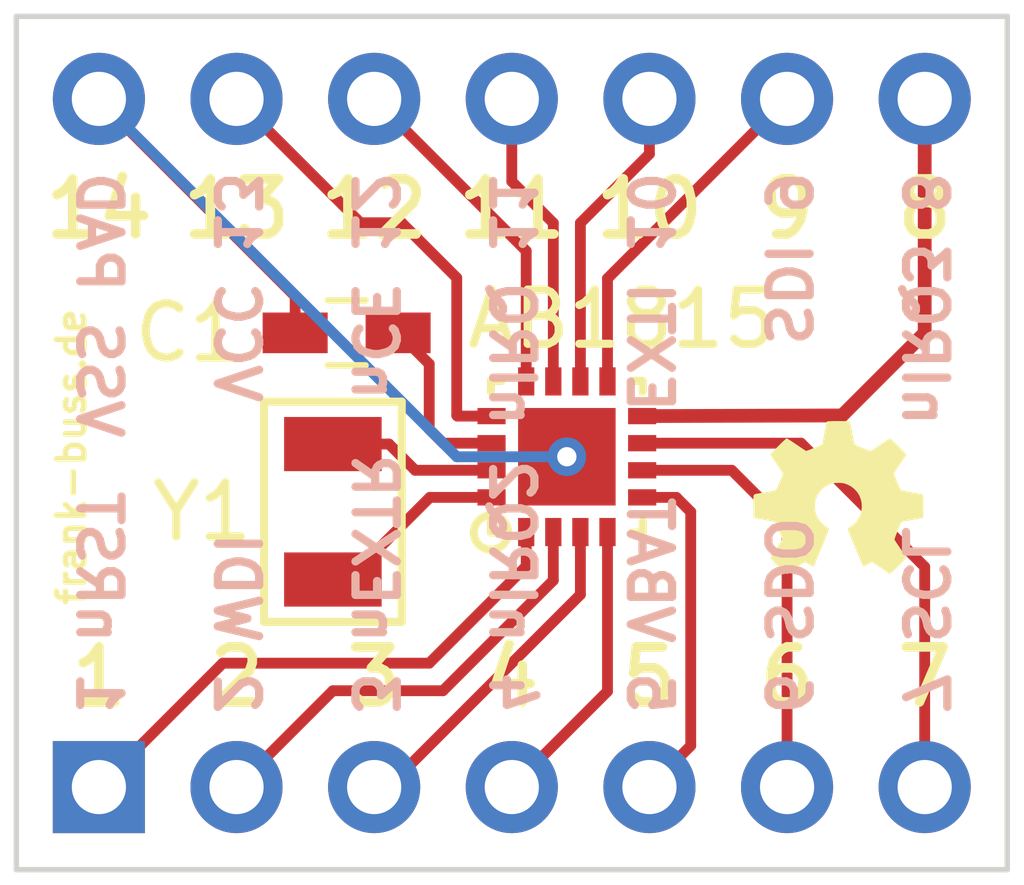
<source format=kicad_pcb>
(kicad_pcb (version 20171130) (host pcbnew "(5.1.12)-1")

  (general
    (thickness 1.6)
    (drawings 33)
    (tracks 58)
    (zones 0)
    (modules 7)
    (nets 18)
  )

  (page A3)
  (layers
    (0 F.Cu signal)
    (31 B.Cu signal)
    (32 B.Adhes user hide)
    (33 F.Adhes user hide)
    (34 B.Paste user hide)
    (35 F.Paste user hide)
    (36 B.SilkS user hide)
    (37 F.SilkS user hide)
    (38 B.Mask user)
    (39 F.Mask user hide)
    (40 Dwgs.User user)
    (41 Cmts.User user)
    (42 Eco1.User user)
    (43 Eco2.User user)
    (44 Edge.Cuts user)
  )

  (setup
    (last_trace_width 0.2)
    (user_trace_width 0.254)
    (trace_clearance 0.2)
    (zone_clearance 0.508)
    (zone_45_only no)
    (trace_min 0.1778)
    (via_size 0.889)
    (via_drill 0.635)
    (via_min_size 0.7112)
    (via_min_drill 0.3556)
    (user_via 0.7112 0.3556)
    (uvia_size 0.508)
    (uvia_drill 0.127)
    (uvias_allowed no)
    (uvia_min_size 0.508)
    (uvia_min_drill 0.127)
    (edge_width 0.1)
    (segment_width 0.2)
    (pcb_text_width 0.3)
    (pcb_text_size 1.5 1.5)
    (mod_edge_width 0.15)
    (mod_text_size 1 1)
    (mod_text_width 0.15)
    (pad_size 1.7 1.7)
    (pad_drill 1)
    (pad_to_mask_clearance 0)
    (aux_axis_origin 0 0)
    (visible_elements 7FFFFFFF)
    (pcbplotparams
      (layerselection 0x00030_80000001)
      (usegerberextensions true)
      (usegerberattributes true)
      (usegerberadvancedattributes true)
      (creategerberjobfile true)
      (excludeedgelayer true)
      (linewidth 0.150000)
      (plotframeref false)
      (viasonmask false)
      (mode 1)
      (useauxorigin false)
      (hpglpennumber 1)
      (hpglpenspeed 20)
      (hpglpendiameter 15.000000)
      (psnegative false)
      (psa4output false)
      (plotreference true)
      (plotvalue true)
      (plotinvisibletext false)
      (padsonsilk false)
      (subtractmaskfromsilk false)
      (outputformat 1)
      (mirror false)
      (drillshape 1)
      (scaleselection 1)
      (outputdirectory ""))
  )

  (net 0 "")
  (net 1 /nRST)
  (net 2 /WDI)
  (net 3 /nEXTR)
  (net 4 /PSW/nIRQ2)
  (net 5 /nCE)
  (net 6 /FOUT/nIRQ)
  (net 7 /EXTI)
  (net 8 /SDI)
  (net 9 /CLKOUT/nIRQ3)
  (net 10 /SCL)
  (net 11 /SDO)
  (net 12 /VBAT)
  (net 13 /VCC)
  (net 14 "Net-(C1-Pad1)")
  (net 15 "Net-(U1-Pad15)")
  (net 16 "Net-(U1-Pad16)")
  (net 17 GND)

  (net_class Default "This is the default net class."
    (clearance 0.2)
    (trace_width 0.2)
    (via_dia 0.889)
    (via_drill 0.635)
    (uvia_dia 0.508)
    (uvia_drill 0.127)
    (add_net /CLKOUT/nIRQ3)
    (add_net /EXTI)
    (add_net /FOUT/nIRQ)
    (add_net /PSW/nIRQ2)
    (add_net /SCL)
    (add_net /SDI)
    (add_net /SDO)
    (add_net /VBAT)
    (add_net /VCC)
    (add_net /WDI)
    (add_net /nCE)
    (add_net /nEXTR)
    (add_net /nRST)
    (add_net GND)
    (add_net "Net-(C1-Pad1)")
    (add_net "Net-(U1-Pad15)")
    (add_net "Net-(U1-Pad16)")
  )

  (module Pin_Header_Straight_1x07_Pitch2.54mm2 (layer F.Cu) (tedit 58F9855C) (tstamp 58F96AA3)
    (at 203.2 165.1 90)
    (descr "Through hole straight pin header, 1x07, 2.54mm pitch, single row")
    (tags "Through hole pin header THT 1x07 2.54mm single row")
    (path /58F96620)
    (fp_text reference J1 (at -0.254 -3.048 180) (layer F.SilkS) hide
      (effects (font (size 1 1) (thickness 0.15)))
    )
    (fp_text value CONN_01X07 (at -2.921 12.446 180) (layer F.Fab) hide
      (effects (font (size 1 1) (thickness 0.15)))
    )
    (fp_line (start 1.8 -1.8) (end -1.8 -1.8) (layer F.CrtYd) (width 0.05))
    (fp_line (start 1.8 17.05) (end 1.8 -1.8) (layer F.CrtYd) (width 0.05))
    (fp_line (start -1.8 17.05) (end 1.8 17.05) (layer F.CrtYd) (width 0.05))
    (fp_line (start -1.8 -1.8) (end -1.8 17.05) (layer F.CrtYd) (width 0.05))
    (pad 1 thru_hole rect (at 0 0 90) (size 1.7 1.7) (drill 1) (layers *.Cu *.Mask)
      (net 1 /nRST))
    (pad 2 thru_hole oval (at 0 2.54 90) (size 1.7 1.7) (drill 1) (layers *.Cu *.Mask)
      (net 2 /WDI))
    (pad 3 thru_hole oval (at 0 5.08 90) (size 1.7 1.7) (drill 1) (layers *.Cu *.Mask)
      (net 3 /nEXTR))
    (pad 4 thru_hole oval (at 0 7.62 90) (size 1.7 1.7) (drill 1) (layers *.Cu *.Mask)
      (net 4 /PSW/nIRQ2))
    (pad 5 thru_hole oval (at 0 10.16 90) (size 1.7 1.7) (drill 1) (layers *.Cu *.Mask)
      (net 12 /VBAT))
    (pad 6 thru_hole oval (at 0 12.7 90) (size 1.7 1.7) (drill 1) (layers *.Cu *.Mask)
      (net 11 /SDO))
    (pad 7 thru_hole oval (at 0 15.24 90) (size 1.7 1.7) (drill 1) (layers *.Cu *.Mask)
      (net 10 /SCL))
    (model ${KISYS3DMOD}/Pin_Headers.3dshapes/Pin_Header_Straight_1x07_Pitch2.54mm.wrl
      (offset (xyz 0 -7.619999885559082 0))
      (scale (xyz 1 1 1))
      (rotate (xyz 0 0 90))
    )
  )

  (module Pin_Header_Straight_1x07_Pitch2.54mm (layer F.Cu) (tedit 58F984C3) (tstamp 58F96AAE)
    (at 203.2 152.4 90)
    (descr "Through hole straight pin header, 1x07, 2.54mm pitch, single row")
    (tags "Through hole pin header THT 1x07 2.54mm single row")
    (path /58F96967)
    (fp_text reference J2 (at 0 -3.302 180) (layer F.SilkS) hide
      (effects (font (size 1 1) (thickness 0.15)))
    )
    (fp_text value CONN_01X07 (at 2.794 12.573 180) (layer F.Fab) hide
      (effects (font (size 1 1) (thickness 0.15)))
    )
    (fp_line (start 1.8 -1.8) (end -1.8 -1.8) (layer F.CrtYd) (width 0.05))
    (fp_line (start 1.8 17.05) (end 1.8 -1.8) (layer F.CrtYd) (width 0.05))
    (fp_line (start -1.8 17.05) (end 1.8 17.05) (layer F.CrtYd) (width 0.05))
    (fp_line (start -1.8 -1.8) (end -1.8 17.05) (layer F.CrtYd) (width 0.05))
    (pad 1 thru_hole circle (at 0 0 90) (size 1.7 1.7) (drill 1) (layers *.Cu *.Mask)
      (net 17 GND))
    (pad 2 thru_hole oval (at 0 2.54 90) (size 1.7 1.7) (drill 1) (layers *.Cu *.Mask)
      (net 13 /VCC))
    (pad 3 thru_hole oval (at 0 5.08 90) (size 1.7 1.7) (drill 1) (layers *.Cu *.Mask)
      (net 5 /nCE))
    (pad 4 thru_hole oval (at 0 7.62 90) (size 1.7 1.7) (drill 1) (layers *.Cu *.Mask)
      (net 6 /FOUT/nIRQ))
    (pad 5 thru_hole oval (at 0 10.16 90) (size 1.7 1.7) (drill 1) (layers *.Cu *.Mask)
      (net 7 /EXTI))
    (pad 6 thru_hole oval (at 0 12.7 90) (size 1.7 1.7) (drill 1) (layers *.Cu *.Mask)
      (net 8 /SDI))
    (pad 7 thru_hole oval (at 0 15.24 90) (size 1.7 1.7) (drill 1) (layers *.Cu *.Mask)
      (net 9 /CLKOUT/nIRQ3))
    (model ${KISYS3DMOD}/Pin_Headers.3dshapes/Pin_Header_Straight_1x07_Pitch2.54mm.wrl
      (offset (xyz 0 -7.619999885559082 0))
      (scale (xyz 1 1 1))
      (rotate (xyz 0 0 90))
    )
  )

  (module Capacitors_SMD:C_0603_HandSoldering (layer F.Cu) (tedit 58F97AC7) (tstamp 58F96A98)
    (at 207.772 156.718 180)
    (descr "Capacitor SMD 0603, hand soldering")
    (tags "capacitor 0603")
    (path /58F96539)
    (attr smd)
    (fp_text reference C1 (at 2.921 0 180) (layer F.SilkS)
      (effects (font (size 1 1) (thickness 0.15)))
    )
    (fp_text value 47pF (at -0.4445 3.8989 180) (layer F.Fab)
      (effects (font (size 1 1) (thickness 0.15)))
    )
    (fp_line (start 1.8 0.65) (end -1.8 0.65) (layer F.CrtYd) (width 0.05))
    (fp_line (start 1.8 0.65) (end 1.8 -0.65) (layer F.CrtYd) (width 0.05))
    (fp_line (start -1.8 -0.65) (end -1.8 0.65) (layer F.CrtYd) (width 0.05))
    (fp_line (start -1.8 -0.65) (end 1.8 -0.65) (layer F.CrtYd) (width 0.05))
    (fp_line (start 0.35 0.6) (end -0.35 0.6) (layer F.SilkS) (width 0.12))
    (fp_line (start -0.35 -0.6) (end 0.35 -0.6) (layer F.SilkS) (width 0.12))
    (fp_line (start -0.8 -0.4) (end 0.8 -0.4) (layer F.Fab) (width 0.1))
    (fp_line (start 0.8 -0.4) (end 0.8 0.4) (layer F.Fab) (width 0.1))
    (fp_line (start 0.8 0.4) (end -0.8 0.4) (layer F.Fab) (width 0.1))
    (fp_line (start -0.8 0.4) (end -0.8 -0.4) (layer F.Fab) (width 0.1))
    (fp_text user %R (at 0 -1.25 180) (layer F.Fab)
      (effects (font (size 1 1) (thickness 0.15)))
    )
    (pad 1 smd rect (at -0.95 0 180) (size 1.2 0.75) (layers F.Cu F.Paste F.Mask)
      (net 14 "Net-(C1-Pad1)"))
    (pad 2 smd rect (at 0.95 0 180) (size 1.2 0.75) (layers F.Cu F.Paste F.Mask)
      (net 17 GND))
    (model Capacitors_SMD.3dshapes/C_0603.wrl
      (at (xyz 0 0 0))
      (scale (xyz 1 1 1))
      (rotate (xyz 0 0 0))
    )
  )

  (module crystal:crystal (layer F.Cu) (tedit 58F97C73) (tstamp 58F96AC9)
    (at 207.518 160.02 90)
    (path /58F96103)
    (fp_text reference Y1 (at 0 -2.413) (layer F.SilkS)
      (effects (font (size 1 1) (thickness 0.15)))
    )
    (fp_text value Crystal (at 0 -2.032 90) (layer F.Fab) hide
      (effects (font (size 1 1) (thickness 0.15)))
    )
    (fp_line (start -2.032 1.27) (end -2.032 -1.27) (layer F.SilkS) (width 0.15))
    (fp_line (start 2.032 1.27) (end -2.032 1.27) (layer F.SilkS) (width 0.15))
    (fp_line (start 2.032 1.016) (end 2.032 1.27) (layer F.SilkS) (width 0.15))
    (fp_line (start 2.032 -1.27) (end 2.032 1.016) (layer F.SilkS) (width 0.15))
    (fp_line (start -2.032 -1.27) (end 2.032 -1.27) (layer F.SilkS) (width 0.15))
    (pad 1 smd rect (at -1.25 0 90) (size 1 1.8) (layers F.Cu F.Paste F.Mask)
      (net 16 "Net-(U1-Pad16)"))
    (pad 2 smd rect (at 1.25 0 90) (size 1 1.8) (layers F.Cu F.Paste F.Mask)
      (net 15 "Net-(U1-Pad15)"))
    (model /home/frank/data/projects/nixie-clock/ab18x5-breakout/crystal.wrl
      (at (xyz 0 0 0))
      (scale (xyz 0.393701 0.393701 0.393701))
      (rotate (xyz 0 0 0))
    )
  )

  (module qfn16:qfn16 (layer F.Cu) (tedit 58FAC4D0) (tstamp 58F97149)
    (at 211.836 159.004)
    (path /58F964D3)
    (clearance 0.1)
    (fp_text reference U1 (at 0 -2.5) (layer F.SilkS) hide
      (effects (font (size 1 1) (thickness 0.15)))
    )
    (fp_text value AB1815 (at 1.016 -2.54) (layer F.SilkS)
      (effects (font (size 1 1) (thickness 0.15)))
    )
    (fp_line (start -1.4 -1.4) (end -1.2 -1.4) (layer F.SilkS) (width 0.15))
    (fp_line (start -1.4 -1.2) (end -1.4 -1.4) (layer F.SilkS) (width 0.15))
    (fp_line (start 1.4 -1.4) (end 1.4 -1.2) (layer F.SilkS) (width 0.15))
    (fp_line (start 1.2 -1.4) (end 1.4 -1.4) (layer F.SilkS) (width 0.15))
    (fp_line (start 1.4 1.4) (end 1.2 1.4) (layer F.SilkS) (width 0.15))
    (fp_line (start 1.4 1.2) (end 1.4 1.4) (layer F.SilkS) (width 0.15))
    (fp_line (start -1.4 1.4) (end -1.4 1.2) (layer F.SilkS) (width 0.15))
    (fp_line (start -1.2 1.4) (end -1.4 1.4) (layer F.SilkS) (width 0.15))
    (fp_circle (center -1.4 1.4) (end -1.1 1.5) (layer F.SilkS) (width 0.15))
    (pad 1 smd rect (at -0.75 1.39 180) (size 0.3 0.52) (layers F.Cu F.Paste F.Mask)
      (net 1 /nRST))
    (pad 2 smd rect (at -0.25 1.39 180) (size 0.3 0.52) (layers F.Cu F.Paste F.Mask)
      (net 2 /WDI))
    (pad 3 smd rect (at 0.25 1.39 180) (size 0.3 0.52) (layers F.Cu F.Paste F.Mask)
      (net 3 /nEXTR))
    (pad 4 smd rect (at 0.75 1.39 180) (size 0.3 0.52) (layers F.Cu F.Paste F.Mask)
      (net 4 /PSW/nIRQ2))
    (pad 12 smd rect (at -0.75 -1.39 180) (size 0.3 0.52) (layers F.Cu F.Paste F.Mask)
      (net 5 /nCE))
    (pad 11 smd rect (at -0.25 -1.39 180) (size 0.3 0.52) (layers F.Cu F.Paste F.Mask)
      (net 6 /FOUT/nIRQ))
    (pad 10 smd rect (at 0.25 -1.39 180) (size 0.3 0.52) (layers F.Cu F.Paste F.Mask)
      (net 7 /EXTI))
    (pad 9 smd rect (at 0.75 -1.39 180) (size 0.3 0.52) (layers F.Cu F.Paste F.Mask)
      (net 8 /SDI))
    (pad 8 smd rect (at 1.39 -0.75 180) (size 0.52 0.3) (layers F.Cu F.Paste F.Mask)
      (net 9 /CLKOUT/nIRQ3))
    (pad 7 smd rect (at 1.39 -0.25 180) (size 0.52 0.3) (layers F.Cu F.Paste F.Mask)
      (net 10 /SCL))
    (pad 6 smd rect (at 1.39 0.25 180) (size 0.52 0.3) (layers F.Cu F.Paste F.Mask)
      (net 11 /SDO))
    (pad 5 smd rect (at 1.39 0.75 180) (size 0.52 0.3) (layers F.Cu F.Paste F.Mask)
      (net 12 /VBAT))
    (pad 13 smd rect (at -1.39 -0.75 180) (size 0.52 0.3) (layers F.Cu F.Paste F.Mask)
      (net 13 /VCC))
    (pad 14 smd rect (at -1.39 -0.25 180) (size 0.52 0.3) (layers F.Cu F.Paste F.Mask)
      (net 14 "Net-(C1-Pad1)"))
    (pad 15 smd rect (at -1.39 0.25 180) (size 0.52 0.3) (layers F.Cu F.Paste F.Mask)
      (net 15 "Net-(U1-Pad15)"))
    (pad 16 smd rect (at -1.39 0.75 180) (size 0.52 0.3) (layers F.Cu F.Paste F.Mask)
      (net 16 "Net-(U1-Pad16)"))
    (pad PAD smd rect (at 0 0 180) (size 1.8 1.8) (layers F.Cu F.Paste F.Mask)
      (net 17 GND))
    (model /home/frank/data/projects/nixie-clock/ab18x5-breakout/ab18x5-package.wrl
      (at (xyz 0 0 0))
      (scale (xyz 0.393701 0.393701 0.393701))
      (rotate (xyz 0 0 0))
    )
  )

  (module qfn16:via (layer F.Cu) (tedit 58F9818A) (tstamp 58F980CD)
    (at 211.836 159.004)
    (fp_text reference REF** (at 0 1.778) (layer F.SilkS) hide
      (effects (font (size 1 1) (thickness 0.15)))
    )
    (fp_text value via (at 0 -1.778) (layer F.Fab) hide
      (effects (font (size 1 1) (thickness 0.15)))
    )
    (pad 1 thru_hole circle (at 0 0) (size 0.7112 0.7112) (drill 0.3556) (layers *.Cu)
      (net 17 GND) (zone_connect 2))
  )

  (module ab18x5-breakout:oshw (layer F.Cu) (tedit 58FAC454) (tstamp 590A6C13)
    (at 216.916 159.766)
    (fp_text reference G*** (at 0 -2.54) (layer F.SilkS) hide
      (effects (font (size 1.524 1.524) (thickness 0.3)))
    )
    (fp_text value LOGO (at 0.508 2.54) (layer F.SilkS) hide
      (effects (font (size 1.524 1.524) (thickness 0.3)))
    )
    (fp_poly (pts (xy -0.031892 -1.41469) (xy 0.014042 -1.414294) (xy 0.055853 -1.413623) (xy 0.09121 -1.41268)
      (xy 0.117785 -1.411466) (xy 0.133249 -1.409983) (xy 0.135983 -1.409216) (xy 0.140436 -1.400078)
      (xy 0.146896 -1.377663) (xy 0.15514 -1.343035) (xy 0.164946 -1.297259) (xy 0.176093 -1.2414)
      (xy 0.188358 -1.176522) (xy 0.20152 -1.10369) (xy 0.211007 -1.049366) (xy 0.217622 -1.016956)
      (xy 0.225425 -0.995477) (xy 0.236546 -0.981375) (xy 0.253115 -0.971098) (xy 0.259705 -0.968127)
      (xy 0.291735 -0.954618) (xy 0.328746 -0.939386) (xy 0.368333 -0.923375) (xy 0.408094 -0.907531)
      (xy 0.445624 -0.8928) (xy 0.478521 -0.880129) (xy 0.504381 -0.870463) (xy 0.5208 -0.864748)
      (xy 0.525291 -0.863601) (xy 0.533331 -0.867557) (xy 0.551702 -0.878731) (xy 0.578802 -0.896081)
      (xy 0.613029 -0.918562) (xy 0.652779 -0.945132) (xy 0.69645 -0.974748) (xy 0.703717 -0.979715)
      (xy 0.748024 -1.00976) (xy 0.788839 -1.036918) (xy 0.824524 -1.060142) (xy 0.853446 -1.078383)
      (xy 0.873969 -1.090596) (xy 0.884457 -1.095733) (xy 0.885071 -1.095829) (xy 0.893048 -1.090859)
      (xy 0.909753 -1.076827) (xy 0.933769 -1.05505) (xy 0.963677 -1.026845) (xy 0.998061 -0.99353)
      (xy 1.035504 -0.956421) (xy 1.040479 -0.95143) (xy 1.082961 -0.908606) (xy 1.116111 -0.874749)
      (xy 1.140957 -0.84866) (xy 1.158527 -0.829141) (xy 1.169848 -0.814993) (xy 1.175948 -0.805016)
      (xy 1.177855 -0.798013) (xy 1.176597 -0.792785) (xy 1.176557 -0.792709) (xy 1.170492 -0.783043)
      (xy 1.15735 -0.763182) (xy 1.138308 -0.73487) (xy 1.114545 -0.699848) (xy 1.087239 -0.659861)
      (xy 1.059789 -0.619881) (xy 1.030619 -0.577023) (xy 1.004391 -0.537569) (xy 0.982194 -0.503232)
      (xy 0.96512 -0.475729) (xy 0.954258 -0.456773) (xy 0.950686 -0.448259) (xy 0.953472 -0.437941)
      (xy 0.961265 -0.416487) (xy 0.973216 -0.38604) (xy 0.988474 -0.348745) (xy 1.006192 -0.306745)
      (xy 1.013075 -0.290733) (xy 1.033866 -0.242375) (xy 1.050161 -0.205414) (xy 1.063652 -0.178119)
      (xy 1.076029 -0.158759) (xy 1.088985 -0.145601) (xy 1.10421 -0.136914) (xy 1.123396 -0.130966)
      (xy 1.148235 -0.126025) (xy 1.179286 -0.120565) (xy 1.213251 -0.114332) (xy 1.255727 -0.106398)
      (xy 1.300978 -0.097838) (xy 1.338412 -0.090669) (xy 1.3749 -0.083859) (xy 1.407376 -0.07822)
      (xy 1.432582 -0.074288) (xy 1.447264 -0.072599) (xy 1.44828 -0.072572) (xy 1.46607 -0.068046)
      (xy 1.479842 -0.059872) (xy 1.484383 -0.055765) (xy 1.487918 -0.05064) (xy 1.490553 -0.042813)
      (xy 1.492392 -0.030599) (xy 1.493543 -0.012314) (xy 1.494108 0.013726) (xy 1.494195 0.049206)
      (xy 1.493909 0.09581) (xy 1.493354 0.155223) (xy 1.493346 0.156028) (xy 1.491343 0.359228)
      (xy 1.455058 0.36831) (xy 1.425248 0.37515) (xy 1.391995 0.381905) (xy 1.378858 0.3843)
      (xy 1.35202 0.389041) (xy 1.317669 0.395241) (xy 1.282553 0.40168) (xy 1.277258 0.402662)
      (xy 1.238902 0.409732) (xy 1.196663 0.417438) (xy 1.159427 0.42416) (xy 1.158088 0.4244)
      (xy 1.124056 0.431999) (xy 1.099577 0.440625) (xy 1.088605 0.447756) (xy 1.082493 0.458143)
      (xy 1.072089 0.479915) (xy 1.058337 0.51092) (xy 1.04218 0.549006) (xy 1.024563 0.592022)
      (xy 1.016898 0.611187) (xy 0.997306 0.660889) (xy 0.982725 0.698977) (xy 0.972607 0.727245)
      (xy 0.966403 0.747485) (xy 0.963565 0.761492) (xy 0.963544 0.771059) (xy 0.965792 0.777979)
      (xy 0.965856 0.778101) (xy 0.972275 0.788561) (xy 0.985686 0.809111) (xy 1.004844 0.837891)
      (xy 1.028504 0.87304) (xy 1.055423 0.912697) (xy 1.075497 0.942083) (xy 1.103581 0.983236)
      (xy 1.128934 1.020674) (xy 1.150393 1.052655) (xy 1.166794 1.077441) (xy 1.176976 1.093289)
      (xy 1.179817 1.098222) (xy 1.175724 1.105379) (xy 1.162515 1.121322) (xy 1.14145 1.144689)
      (xy 1.113791 1.174122) (xy 1.0808 1.208257) (xy 1.043737 1.245736) (xy 1.035017 1.254439)
      (xy 0.991314 1.297784) (xy 0.956603 1.331742) (xy 0.929732 1.35731) (xy 0.909553 1.375486)
      (xy 0.894914 1.387268) (xy 0.884668 1.393652) (xy 0.877662 1.395637) (xy 0.873422 1.394623)
      (xy 0.863883 1.388597) (xy 0.844202 1.375542) (xy 0.816181 1.356673) (xy 0.781622 1.33321)
      (xy 0.742327 1.306368) (xy 0.71135 1.285109) (xy 0.669915 1.256935) (xy 0.631973 1.231734)
      (xy 0.599287 1.210632) (xy 0.573623 1.194753) (xy 0.556747 1.185221) (xy 0.550892 1.182914)
      (xy 0.540024 1.186268) (xy 0.519634 1.19536) (xy 0.492806 1.208735) (xy 0.467394 1.222301)
      (xy 0.434432 1.239513) (xy 0.408923 1.250979) (xy 0.392712 1.255929) (xy 0.388176 1.255418)
      (xy 0.381062 1.244929) (xy 0.372842 1.226728) (xy 0.370903 1.221473) (xy 0.36181 1.197008)
      (xy 0.352531 1.174084) (xy 0.351639 1.172028) (xy 0.346465 1.159845) (xy 0.336555 1.136161)
      (xy 0.322706 1.102894) (xy 0.305715 1.06196) (xy 0.286378 1.015277) (xy 0.265493 0.964762)
      (xy 0.261177 0.954314) (xy 0.23832 0.898989) (xy 0.215272 0.843249) (xy 0.193186 0.789879)
      (xy 0.173215 0.741665) (xy 0.156512 0.701391) (xy 0.144561 0.672636) (xy 0.126571 0.627844)
      (xy 0.114986 0.595018) (xy 0.109558 0.573222) (xy 0.11004 0.561521) (xy 0.114456 0.5588)
      (xy 0.122479 0.554731) (xy 0.138886 0.544007) (xy 0.160581 0.528851) (xy 0.184466 0.511485)
      (xy 0.207443 0.494134) (xy 0.226415 0.479018) (xy 0.230818 0.47529) (xy 0.24882 0.456873)
      (xy 0.27071 0.430391) (xy 0.293071 0.400321) (xy 0.312481 0.371137) (xy 0.319454 0.359284)
      (xy 0.34563 0.298815) (xy 0.36239 0.229529) (xy 0.368137 0.176933) (xy 0.365909 0.097239)
      (xy 0.350316 0.021644) (xy 0.322214 -0.048654) (xy 0.282461 -0.112455) (xy 0.231913 -0.168562)
      (xy 0.171426 -0.215775) (xy 0.101857 -0.252897) (xy 0.046862 -0.272633) (xy 0.005621 -0.280864)
      (xy -0.043916 -0.284935) (xy -0.09614 -0.284848) (xy -0.145442 -0.280602) (xy -0.184747 -0.272633)
      (xy -0.260178 -0.243534) (xy -0.326837 -0.203709) (xy -0.384067 -0.154464) (xy -0.431213 -0.097108)
      (xy -0.467618 -0.032947) (xy -0.492625 0.036712) (xy -0.505577 0.110562) (xy -0.505819 0.187295)
      (xy -0.492693 0.265604) (xy -0.478399 0.312057) (xy -0.458679 0.35516) (xy -0.431109 0.400255)
      (xy -0.399228 0.442248) (xy -0.366573 0.476048) (xy -0.361374 0.480469) (xy -0.33564 0.501016)
      (xy -0.309296 0.521073) (xy -0.28511 0.538648) (xy -0.26585 0.551745) (xy -0.254282 0.558371)
      (xy -0.252689 0.5588) (xy -0.247675 0.564817) (xy -0.246742 0.571768) (xy -0.249602 0.58338)
      (xy -0.258005 0.607638) (xy -0.271691 0.643883) (xy -0.290398 0.69146) (xy -0.313865 0.74971)
      (xy -0.341829 0.817977) (xy -0.37403 0.895603) (xy -0.406219 0.972457) (xy -0.425797 1.019239)
      (xy -0.445528 1.066794) (xy -0.463922 1.111498) (xy -0.479488 1.149728) (xy -0.489866 1.175657)
      (xy -0.501988 1.205563) (xy -0.512819 1.230783) (xy -0.520889 1.247973) (xy -0.523971 1.253273)
      (xy -0.531051 1.255612) (xy -0.545315 1.251927) (xy -0.568586 1.241575) (xy -0.593829 1.228636)
      (xy -0.621499 1.213744) (xy -0.644508 1.200899) (xy -0.65968 1.191897) (xy -0.663665 1.18912)
      (xy -0.672917 1.184189) (xy -0.685535 1.18448) (xy -0.703132 1.190736) (xy -0.727319 1.2037)
      (xy -0.759707 1.224114) (xy -0.801907 1.252719) (xy -0.802253 1.252958) (xy -0.851436 1.286866)
      (xy -0.897248 1.318235) (xy -0.938025 1.345942) (xy -0.972107 1.368862) (xy -0.997831 1.385873)
      (xy -1.013534 1.395851) (xy -1.014778 1.396587) (xy -1.022286 1.394233) (xy -1.037885 1.38276)
      (xy -1.061955 1.361829) (xy -1.094878 1.331101) (xy -1.137033 1.290235) (xy -1.165896 1.261722)
      (xy -1.203335 1.224353) (xy -1.237519 1.189879) (xy -1.267044 1.159746) (xy -1.290506 1.135398)
      (xy -1.306501 1.118278) (xy -1.313625 1.109832) (xy -1.313718 1.109673) (xy -1.313644 1.102657)
      (xy -1.308253 1.089475) (xy -1.296893 1.069038) (xy -1.278912 1.040256) (xy -1.253659 1.002038)
      (xy -1.220481 0.953294) (xy -1.218227 0.950016) (xy -1.189459 0.907997) (xy -1.162968 0.868941)
      (xy -1.140025 0.834756) (xy -1.121907 0.807349) (xy -1.109888 0.788627) (xy -1.105782 0.781705)
      (xy -1.102589 0.774512) (xy -1.101166 0.766565) (xy -1.102052 0.755985) (xy -1.105786 0.740893)
      (xy -1.112906 0.71941) (xy -1.123952 0.689657) (xy -1.139463 0.649757) (xy -1.154698 0.611163)
      (xy -1.172601 0.566701) (xy -1.18946 0.526261) (xy -1.204332 0.491996) (xy -1.216272 0.466061)
      (xy -1.224336 0.450608) (xy -1.226345 0.447756) (xy -1.241046 0.439028) (xy -1.267395 0.430548)
      (xy -1.295973 0.4244) (xy -1.332799 0.417756) (xy -1.375005 0.410058) (xy -1.413707 0.402928)
      (xy -1.415142 0.402662) (xy -1.449748 0.396299) (xy -1.484681 0.389977) (xy -1.513191 0.384917)
      (xy -1.516742 0.3843) (xy -1.547999 0.378326) (xy -1.5807 0.371241) (xy -1.592942 0.36831)
      (xy -1.629228 0.359228) (xy -1.631231 0.156028) (xy -1.631788 0.09645) (xy -1.632079 0.049701)
      (xy -1.631997 0.014096) (xy -1.631438 -0.012049) (xy -1.630295 -0.030417) (xy -1.628464 -0.042694)
      (xy -1.62584 -0.050565) (xy -1.622316 -0.055712) (xy -1.617788 -0.059822) (xy -1.617727 -0.059872)
      (xy -1.60016 -0.069573) (xy -1.586165 -0.072572) (xy -1.57319 -0.073909) (xy -1.54924 -0.077564)
      (xy -1.517573 -0.083) (xy -1.481445 -0.08968) (xy -1.476297 -0.090669) (xy -1.433333 -0.098878)
      (xy -1.388116 -0.107387) (xy -1.34638 -0.115124) (xy -1.317171 -0.120426) (xy -1.276636 -0.127941)
      (xy -1.247461 -0.135146) (xy -1.226721 -0.144308) (xy -1.211492 -0.157694) (xy -1.19885 -0.177571)
      (xy -1.18587 -0.206204) (xy -1.176245 -0.229658) (xy -1.159923 -0.268985) (xy -1.141991 -0.310971)
      (xy -1.125106 -0.349444) (xy -1.116374 -0.36873) (xy -1.103926 -0.397545) (xy -1.094358 -0.423152)
      (xy -1.089125 -0.4415) (xy -1.088571 -0.44609) (xy -1.092613 -0.458437) (xy -1.103651 -0.479596)
      (xy -1.120054 -0.506704) (xy -1.140189 -0.536903) (xy -1.141185 -0.538329) (xy -1.17297 -0.58393)
      (xy -1.204584 -0.629624) (xy -1.234613 -0.673334) (xy -1.261638 -0.712986) (xy -1.284245 -0.746501)
      (xy -1.301015 -0.771805) (xy -1.309036 -0.784347) (xy -1.322673 -0.806463) (xy -1.178647 -0.951146)
      (xy -1.140855 -0.988692) (xy -1.105913 -1.022614) (xy -1.07524 -1.051596) (xy -1.050257 -1.074322)
      (xy -1.032386 -1.089474) (xy -1.023046 -1.095736) (xy -1.022519 -1.095829) (xy -1.013592 -1.091851)
      (xy -0.994403 -1.080617) (xy -0.966594 -1.063179) (xy -0.931807 -1.040589) (xy -0.891681 -1.013898)
      (xy -0.847857 -0.98416) (xy -0.841377 -0.979715) (xy -0.797327 -0.949667) (xy -0.756923 -0.922507)
      (xy -0.721772 -0.899282) (xy -0.693479 -0.88104) (xy -0.67365 -0.868829) (xy -0.663889 -0.863695)
      (xy -0.663389 -0.8636) (xy -0.654419 -0.866204) (xy -0.634425 -0.873385) (xy -0.605805 -0.8842)
      (xy -0.570958 -0.897707) (xy -0.532282 -0.912961) (xy -0.492176 -0.92902) (xy -0.453038 -0.944941)
      (xy -0.417268 -0.959779) (xy -0.39759 -0.968127) (xy -0.378574 -0.978629) (xy -0.365479 -0.990051)
      (xy -0.363929 -0.992403) (xy -0.359982 -1.004362) (xy -0.354339 -1.027222) (xy -0.347783 -1.057583)
      (xy -0.341741 -1.088572) (xy -0.326611 -1.169538) (xy -0.313731 -1.237075) (xy -0.302913 -1.292066)
      (xy -0.293968 -1.33539) (xy -0.286709 -1.367927) (xy -0.280948 -1.390558) (xy -0.276496 -1.404163)
      (xy -0.273222 -1.409589) (xy -0.263646 -1.411176) (xy -0.241887 -1.412474) (xy -0.210276 -1.413484)
      (xy -0.171141 -1.414208) (xy -0.126813 -1.414649) (xy -0.07962 -1.414809) (xy -0.031892 -1.41469)) (layer F.SilkS) (width 0.01))
  )

  (gr_text frank-buss.de (at 202.692 159.004 90) (layer F.SilkS)
    (effects (font (size 0.508 0.508) (thickness 0.1016)))
  )
  (gr_text "VSS PAD" (at 203.2 153.67 270) (layer B.SilkS)
    (effects (font (size 0.762 0.762) (thickness 0.1524)) (justify right mirror))
  )
  (gr_text "VCC 13" (at 205.74 153.67 270) (layer B.SilkS)
    (effects (font (size 0.762 0.762) (thickness 0.1524)) (justify right mirror))
  )
  (gr_text "nCE 12" (at 208.28 153.67 270) (layer B.SilkS)
    (effects (font (size 0.762 0.762) (thickness 0.1524)) (justify right mirror))
  )
  (gr_text "nIRQ 11" (at 210.82 153.67 270) (layer B.SilkS)
    (effects (font (size 0.762 0.762) (thickness 0.1524)) (justify right mirror))
  )
  (gr_text "EXTI 10" (at 213.36 153.67 270) (layer B.SilkS)
    (effects (font (size 0.762 0.762) (thickness 0.1524)) (justify right mirror))
  )
  (gr_text "SDI 9" (at 215.9 153.67 270) (layer B.SilkS)
    (effects (font (size 0.762 0.762) (thickness 0.1524)) (justify right mirror))
  )
  (gr_text "nIRQ3 8" (at 218.44 153.67 270) (layer B.SilkS)
    (effects (font (size 0.762 0.762) (thickness 0.1524)) (justify right mirror))
  )
  (gr_text "7 SCL" (at 218.44 163.83 270) (layer B.SilkS)
    (effects (font (size 0.762 0.762) (thickness 0.1524)) (justify left mirror))
  )
  (gr_text "6 SDO" (at 215.9 163.83 270) (layer B.SilkS)
    (effects (font (size 0.762 0.762) (thickness 0.1524)) (justify left mirror))
  )
  (gr_text "5 VBAT" (at 213.36 163.83 270) (layer B.SilkS)
    (effects (font (size 0.762 0.762) (thickness 0.1524)) (justify left mirror))
  )
  (gr_text "4 nIRQ2" (at 210.82 163.83 270) (layer B.SilkS)
    (effects (font (size 0.762 0.762) (thickness 0.1524)) (justify left mirror))
  )
  (gr_text "3 nEXTR" (at 208.28 163.83 270) (layer B.SilkS)
    (effects (font (size 0.762 0.762) (thickness 0.1524)) (justify left mirror))
  )
  (gr_text "2 WDI" (at 205.74 163.83 270) (layer B.SilkS)
    (effects (font (size 0.762 0.762) (thickness 0.1524)) (justify left mirror))
  )
  (gr_text "1 nRST" (at 203.2 163.83 270) (layer B.SilkS)
    (effects (font (size 0.762 0.762) (thickness 0.1524)) (justify left mirror))
  )
  (gr_text 14 (at 203.2 154.432) (layer F.SilkS)
    (effects (font (size 1.016 1.016) (thickness 0.1778)))
  )
  (gr_text 13 (at 205.74 154.432) (layer F.SilkS)
    (effects (font (size 1.016 1.016) (thickness 0.1778)))
  )
  (gr_text 12 (at 208.28 154.432) (layer F.SilkS)
    (effects (font (size 1.016 1.016) (thickness 0.1778)))
  )
  (gr_text 11 (at 210.82 154.432) (layer F.SilkS)
    (effects (font (size 1.016 1.016) (thickness 0.1778)))
  )
  (gr_text 10 (at 213.36 154.432) (layer F.SilkS)
    (effects (font (size 1.016 1.016) (thickness 0.1778)))
  )
  (gr_text 9 (at 215.9 154.432) (layer F.SilkS)
    (effects (font (size 1.016 1.016) (thickness 0.1778)))
  )
  (gr_text 8 (at 218.44 154.432) (layer F.SilkS)
    (effects (font (size 1.016 1.016) (thickness 0.1778)))
  )
  (gr_text 7 (at 218.44 163.068) (layer F.SilkS)
    (effects (font (size 1.016 1.016) (thickness 0.1778)))
  )
  (gr_text 6 (at 215.9 163.068) (layer F.SilkS)
    (effects (font (size 1.016 1.016) (thickness 0.1778)))
  )
  (gr_text 5 (at 213.36 163.068) (layer F.SilkS)
    (effects (font (size 1.016 1.016) (thickness 0.1778)))
  )
  (gr_text 4 (at 210.82 163.068) (layer F.SilkS)
    (effects (font (size 1.016 1.016) (thickness 0.1778)))
  )
  (gr_text 3 (at 208.28 163.068) (layer F.SilkS)
    (effects (font (size 1.016 1.016) (thickness 0.1778)))
  )
  (gr_text 2 (at 205.74 163.068) (layer F.SilkS)
    (effects (font (size 1.016 1.016) (thickness 0.1778)))
  )
  (gr_text 1 (at 203.2 163.068) (layer F.SilkS)
    (effects (font (size 1.016 1.016) (thickness 0.1778)))
  )
  (gr_line (start 201.676 166.624) (end 219.964 166.624) (angle 90) (layer Edge.Cuts) (width 0.1))
  (gr_line (start 201.676 150.876) (end 201.676 166.624) (angle 90) (layer Edge.Cuts) (width 0.1))
  (gr_line (start 219.964 150.876) (end 201.676 150.876) (angle 90) (layer Edge.Cuts) (width 0.1))
  (gr_line (start 219.964 166.624) (end 219.964 150.876) (angle 90) (layer Edge.Cuts) (width 0.1))

  (segment (start 211.086 160.394) (end 211.086 161.024) (width 0.2) (layer F.Cu) (net 1))
  (segment (start 211.086 161.024) (end 209.296 162.814) (width 0.2) (layer F.Cu) (net 1))
  (segment (start 209.296 162.814) (end 205.486 162.814) (width 0.2) (layer F.Cu) (net 1))
  (segment (start 205.486 162.814) (end 203.2 165.1) (width 0.2) (layer F.Cu) (net 1))
  (segment (start 211.586 160.394) (end 211.586 161.286) (width 0.2) (layer F.Cu) (net 2))
  (segment (start 211.586 161.286) (end 209.55 163.322) (width 0.2) (layer F.Cu) (net 2))
  (segment (start 209.55 163.322) (end 207.518 163.322) (width 0.2) (layer F.Cu) (net 2))
  (segment (start 207.518 163.322) (end 205.74 165.1) (width 0.2) (layer F.Cu) (net 2))
  (segment (start 212.086 160.394) (end 212.086 161.548) (width 0.2) (layer F.Cu) (net 3))
  (segment (start 212.086 161.548) (end 208.534 165.1) (width 0.2) (layer F.Cu) (net 3))
  (segment (start 208.534 165.1) (end 208.28 165.1) (width 0.2) (layer F.Cu) (net 3))
  (segment (start 212.586 160.394) (end 212.586 163.334) (width 0.2) (layer F.Cu) (net 4))
  (segment (start 212.586 163.334) (end 210.82 165.1) (width 0.2) (layer F.Cu) (net 4))
  (segment (start 211.086 157.614) (end 211.086 155.206) (width 0.2) (layer F.Cu) (net 5))
  (segment (start 211.086 155.206) (end 208.28 152.4) (width 0.2) (layer F.Cu) (net 5))
  (segment (start 211.586 157.614) (end 211.586 154.69) (width 0.2) (layer F.Cu) (net 6))
  (segment (start 211.586 154.69) (end 210.82 153.924) (width 0.2) (layer F.Cu) (net 6))
  (segment (start 210.82 153.924) (end 210.82 152.4) (width 0.2) (layer F.Cu) (net 6))
  (segment (start 212.086 157.614) (end 212.086 154.69) (width 0.2) (layer F.Cu) (net 7))
  (segment (start 212.086 154.69) (end 213.36 153.416) (width 0.2) (layer F.Cu) (net 7))
  (segment (start 213.36 153.416) (end 213.36 152.4) (width 0.2) (layer F.Cu) (net 7))
  (segment (start 212.586 157.614) (end 212.586 155.714) (width 0.2) (layer F.Cu) (net 8))
  (segment (start 212.586 155.714) (end 215.9 152.4) (width 0.2) (layer F.Cu) (net 8))
  (segment (start 218.44 152.4) (end 218.44 156.718) (width 0.254) (layer F.Cu) (net 9))
  (segment (start 218.44 156.718) (end 216.916 158.242) (width 0.254) (layer F.Cu) (net 9))
  (segment (start 216.916 158.242) (end 213.226 158.254) (width 0.254) (layer F.Cu) (net 9))
  (segment (start 213.226 158.754) (end 216.158 158.754) (width 0.2) (layer F.Cu) (net 10))
  (segment (start 216.158 158.754) (end 218.44 161.036) (width 0.2) (layer F.Cu) (net 10))
  (segment (start 218.44 161.036) (end 218.44 165.1) (width 0.2) (layer F.Cu) (net 10))
  (segment (start 213.226 159.254) (end 214.88 159.254) (width 0.2) (layer F.Cu) (net 11))
  (segment (start 214.88 159.254) (end 215.9 160.274) (width 0.2) (layer F.Cu) (net 11))
  (segment (start 215.9 160.274) (end 215.9 165.1) (width 0.2) (layer F.Cu) (net 11))
  (segment (start 213.226 164.966) (end 213.36 165.1) (width 0.2) (layer F.Cu) (net 12))
  (segment (start 213.226 159.754) (end 213.856 159.754) (width 0.2) (layer F.Cu) (net 12))
  (segment (start 213.856 159.754) (end 214.122 160.02) (width 0.2) (layer F.Cu) (net 12))
  (segment (start 214.122 160.02) (end 214.122 164.338) (width 0.2) (layer F.Cu) (net 12))
  (segment (start 214.122 164.338) (end 213.36 165.1) (width 0.2) (layer F.Cu) (net 12))
  (segment (start 210.446 158.254) (end 209.816 158.254) (width 0.2) (layer F.Cu) (net 13))
  (segment (start 209.816 158.254) (end 209.804 158.242) (width 0.2) (layer F.Cu) (net 13))
  (segment (start 209.804 158.242) (end 209.804 155.702) (width 0.2) (layer F.Cu) (net 13))
  (segment (start 209.804 155.702) (end 208.788 154.686) (width 0.2) (layer F.Cu) (net 13))
  (segment (start 208.788 154.686) (end 208.026 154.686) (width 0.2) (layer F.Cu) (net 13))
  (segment (start 208.026 154.686) (end 205.74 152.4) (width 0.2) (layer F.Cu) (net 13))
  (segment (start 210.446 158.754) (end 209.554 158.754) (width 0.2) (layer F.Cu) (net 14))
  (segment (start 209.554 158.754) (end 209.296 158.496) (width 0.2) (layer F.Cu) (net 14))
  (segment (start 209.296 158.496) (end 209.296 157.292) (width 0.2) (layer F.Cu) (net 14))
  (segment (start 209.296 157.292) (end 208.722 156.718) (width 0.2) (layer F.Cu) (net 14))
  (segment (start 210.446 159.254) (end 209.038 159.254) (width 0.2) (layer F.Cu) (net 15))
  (segment (start 209.038 159.254) (end 208.554 158.77) (width 0.2) (layer F.Cu) (net 15))
  (segment (start 208.554 158.77) (end 207.518 158.77) (width 0.2) (layer F.Cu) (net 15))
  (segment (start 210.446 159.754) (end 209.308 159.754) (width 0.2) (layer F.Cu) (net 16))
  (segment (start 209.308 159.754) (end 207.792 161.27) (width 0.2) (layer F.Cu) (net 16))
  (segment (start 207.792 161.27) (end 207.518 161.27) (width 0.2) (layer F.Cu) (net 16))
  (segment (start 206.822 156.718) (end 206.822 156.0429) (width 0.2) (layer F.Cu) (net 17))
  (segment (start 206.822 156.0429) (end 203.2 152.4209) (width 0.2) (layer F.Cu) (net 17))
  (segment (start 203.2 152.4209) (end 203.2 152.4) (width 0.2) (layer F.Cu) (net 17))
  (segment (start 211.836 159.004) (end 209.804 159.004) (width 0.2) (layer B.Cu) (net 17))
  (segment (start 209.804 159.004) (end 203.2 152.4) (width 0.2) (layer B.Cu) (net 17))

)

</source>
